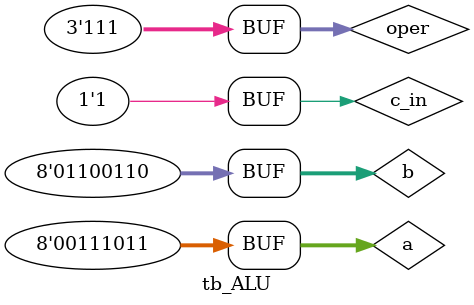
<source format=v>

`timescale 1ns/1ns

`include "ALU.v"

module tb_ALU();
  reg [7:0] a,b;
  reg c_in;
  reg [2:0] oper;
  wire [7:0] sum;
  wire c_out;
  
  ALU f(c_out, sum, oper, a, b, c_in);
  
  initial begin
    a = 8'b0011_1011;
    b = 8'b0110_0110;
    c_in = 1'b1;
    oper = 3'b0;
    repeat(7) #10 oper = oper + 1'b1;
  end
  
  initial begin
    $monitor("At time %4t, oper=%b, a=%b, b=%b, c_in=%b, c_out=%b, sum=%b,",
              $time, oper, a, b, c_in, c_out, sum);
  end
endmodule
</source>
